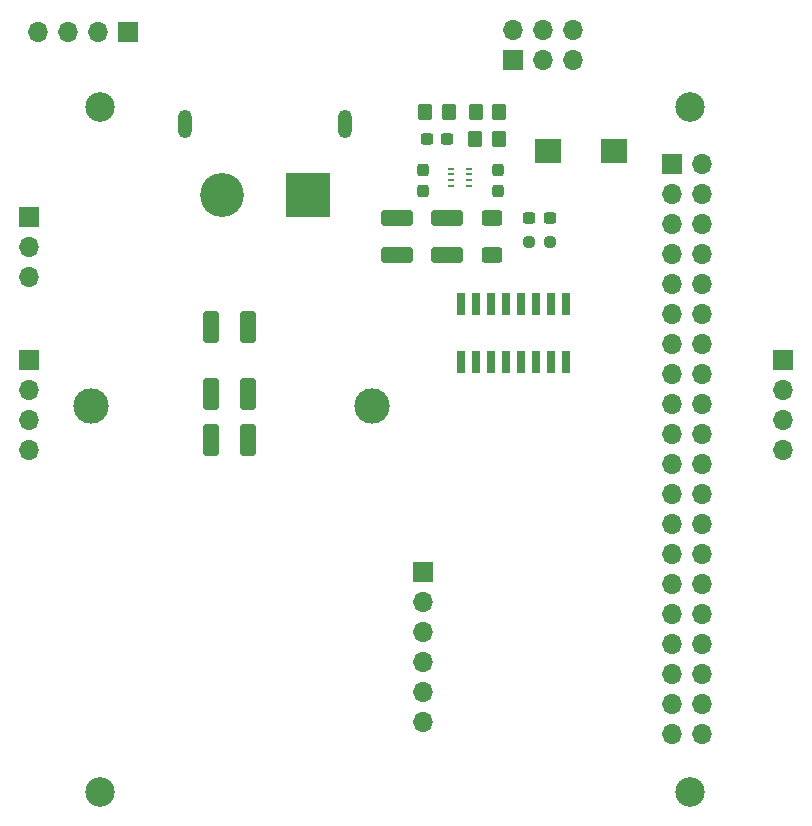
<source format=gbr>
%TF.GenerationSoftware,KiCad,Pcbnew,6.0.8-f2edbf62ab~116~ubuntu22.04.1*%
%TF.CreationDate,2022-11-20T23:03:40-05:00*%
%TF.ProjectId,Pi_HAT_V3,50695f48-4154-45f5-9633-2e6b69636164,rev?*%
%TF.SameCoordinates,Original*%
%TF.FileFunction,Soldermask,Bot*%
%TF.FilePolarity,Negative*%
%FSLAX46Y46*%
G04 Gerber Fmt 4.6, Leading zero omitted, Abs format (unit mm)*
G04 Created by KiCad (PCBNEW 6.0.8-f2edbf62ab~116~ubuntu22.04.1) date 2022-11-20 23:03:40*
%MOMM*%
%LPD*%
G01*
G04 APERTURE LIST*
G04 Aperture macros list*
%AMRoundRect*
0 Rectangle with rounded corners*
0 $1 Rounding radius*
0 $2 $3 $4 $5 $6 $7 $8 $9 X,Y pos of 4 corners*
0 Add a 4 corners polygon primitive as box body*
4,1,4,$2,$3,$4,$5,$6,$7,$8,$9,$2,$3,0*
0 Add four circle primitives for the rounded corners*
1,1,$1+$1,$2,$3*
1,1,$1+$1,$4,$5*
1,1,$1+$1,$6,$7*
1,1,$1+$1,$8,$9*
0 Add four rect primitives between the rounded corners*
20,1,$1+$1,$2,$3,$4,$5,0*
20,1,$1+$1,$4,$5,$6,$7,0*
20,1,$1+$1,$6,$7,$8,$9,0*
20,1,$1+$1,$8,$9,$2,$3,0*%
G04 Aperture macros list end*
%ADD10C,3.000000*%
%ADD11R,1.700000X1.700000*%
%ADD12O,1.700000X1.700000*%
%ADD13C,2.500000*%
%ADD14R,3.716000X3.716000*%
%ADD15C,3.716000*%
%ADD16O,1.200000X2.400000*%
%ADD17RoundRect,0.250000X0.412500X1.100000X-0.412500X1.100000X-0.412500X-1.100000X0.412500X-1.100000X0*%
%ADD18RoundRect,0.237500X-0.300000X-0.237500X0.300000X-0.237500X0.300000X0.237500X-0.300000X0.237500X0*%
%ADD19RoundRect,0.237500X-0.237500X0.300000X-0.237500X-0.300000X0.237500X-0.300000X0.237500X0.300000X0*%
%ADD20RoundRect,0.250000X1.100000X-0.412500X1.100000X0.412500X-1.100000X0.412500X-1.100000X-0.412500X0*%
%ADD21RoundRect,0.250000X0.625000X-0.400000X0.625000X0.400000X-0.625000X0.400000X-0.625000X-0.400000X0*%
%ADD22RoundRect,0.237500X0.300000X0.237500X-0.300000X0.237500X-0.300000X-0.237500X0.300000X-0.237500X0*%
%ADD23RoundRect,0.250000X0.350000X0.450000X-0.350000X0.450000X-0.350000X-0.450000X0.350000X-0.450000X0*%
%ADD24R,2.260600X2.108200*%
%ADD25RoundRect,0.250000X-0.350000X-0.450000X0.350000X-0.450000X0.350000X0.450000X-0.350000X0.450000X0*%
%ADD26R,0.609600X0.279400*%
%ADD27RoundRect,0.237500X-0.250000X-0.237500X0.250000X-0.237500X0.250000X0.237500X-0.250000X0.237500X0*%
%ADD28RoundRect,0.042000X-0.258000X0.908000X-0.258000X-0.908000X0.258000X-0.908000X0.258000X0.908000X0*%
%ADD29RoundRect,0.250000X-0.412500X-1.100000X0.412500X-1.100000X0.412500X1.100000X-0.412500X1.100000X0*%
G04 APERTURE END LIST*
D10*
%TO.C,L2*%
X125600000Y-99850000D03*
X101800000Y-99850000D03*
%TD*%
D11*
%TO.C,J9*%
X104900000Y-68200000D03*
D12*
X102360000Y-68200000D03*
X99820000Y-68200000D03*
X97280000Y-68200000D03*
%TD*%
D11*
%TO.C,J3*%
X137475000Y-70525000D03*
D12*
X137475000Y-67985000D03*
X140015000Y-70525000D03*
X140015000Y-67985000D03*
X142555000Y-70525000D03*
X142555000Y-67985000D03*
%TD*%
D13*
%TO.C,H1*%
X152500000Y-74500000D03*
%TD*%
%TO.C,H2*%
X102500000Y-74500000D03*
%TD*%
%TO.C,H3*%
X102500000Y-132500000D03*
%TD*%
D11*
%TO.C,J1*%
X129900000Y-113950000D03*
D12*
X129900000Y-116490000D03*
X129900000Y-119030000D03*
X129900000Y-121570000D03*
X129900000Y-124110000D03*
X129900000Y-126650000D03*
%TD*%
D13*
%TO.C,H4*%
X152500000Y-132500000D03*
%TD*%
D11*
%TO.C,J2*%
X151000000Y-79400000D03*
D12*
X153540000Y-79400000D03*
X151000000Y-81940000D03*
X153540000Y-81940000D03*
X151000000Y-84480000D03*
X153540000Y-84480000D03*
X151000000Y-87020000D03*
X153540000Y-87020000D03*
X151000000Y-89560000D03*
X153540000Y-89560000D03*
X151000000Y-92100000D03*
X153540000Y-92100000D03*
X151000000Y-94640000D03*
X153540000Y-94640000D03*
X151000000Y-97180000D03*
X153540000Y-97180000D03*
X151000000Y-99720000D03*
X153540000Y-99720000D03*
X151000000Y-102260000D03*
X153540000Y-102260000D03*
X151000000Y-104800000D03*
X153540000Y-104800000D03*
X151000000Y-107340000D03*
X153540000Y-107340000D03*
X151000000Y-109880000D03*
X153540000Y-109880000D03*
X151000000Y-112420000D03*
X153540000Y-112420000D03*
X151000000Y-114960000D03*
X153540000Y-114960000D03*
X151000000Y-117500000D03*
X153540000Y-117500000D03*
X151000000Y-120040000D03*
X153540000Y-120040000D03*
X151000000Y-122580000D03*
X153540000Y-122580000D03*
X151000000Y-125120000D03*
X153540000Y-125120000D03*
X151000000Y-127660000D03*
X153540000Y-127660000D03*
%TD*%
D11*
%TO.C,J4*%
X96550000Y-96000000D03*
D12*
X96550000Y-98540000D03*
X96550000Y-101080000D03*
X96550000Y-103620000D03*
%TD*%
D14*
%TO.C,J5*%
X120100000Y-82000000D03*
D15*
X112900000Y-82000000D03*
D16*
X123250000Y-76000000D03*
X109750000Y-76000000D03*
%TD*%
D11*
%TO.C,J6*%
X160350000Y-96000000D03*
D12*
X160350000Y-98540000D03*
X160350000Y-101080000D03*
X160350000Y-103620000D03*
%TD*%
D11*
%TO.C,J7*%
X96550000Y-83875000D03*
D12*
X96550000Y-86415000D03*
X96550000Y-88955000D03*
%TD*%
D17*
%TO.C,C7*%
X115062500Y-102750000D03*
X111937500Y-102750000D03*
%TD*%
D18*
%TO.C,C9*%
X130212500Y-77275000D03*
X131937500Y-77275000D03*
%TD*%
D19*
%TO.C,C3*%
X136250000Y-79887500D03*
X136250000Y-81612500D03*
%TD*%
D17*
%TO.C,C6*%
X115062500Y-98850000D03*
X111937500Y-98850000D03*
%TD*%
D20*
%TO.C,C1*%
X131900000Y-87037500D03*
X131900000Y-83912500D03*
%TD*%
%TO.C,C2*%
X127650000Y-87037500D03*
X127650000Y-83912500D03*
%TD*%
D21*
%TO.C,R2*%
X135750000Y-87050000D03*
X135750000Y-83950000D03*
%TD*%
D22*
%TO.C,C4*%
X140612500Y-83975000D03*
X138887500Y-83975000D03*
%TD*%
D23*
%TO.C,R5*%
X136300000Y-77275000D03*
X134300000Y-77275000D03*
%TD*%
D24*
%TO.C,L1*%
X140481400Y-78250000D03*
X146018600Y-78250000D03*
%TD*%
D25*
%TO.C,R14*%
X130050000Y-75000000D03*
X132050000Y-75000000D03*
%TD*%
D26*
%TO.C,U1*%
X133749300Y-79749999D03*
X133749300Y-80250000D03*
X133749300Y-80750000D03*
X133749300Y-81250001D03*
X132250700Y-81250001D03*
X132250700Y-80750000D03*
X132250700Y-80250000D03*
X132250700Y-79749999D03*
%TD*%
D19*
%TO.C,C8*%
X129875000Y-79887500D03*
X129875000Y-81612500D03*
%TD*%
D27*
%TO.C,R4*%
X138812500Y-86000000D03*
X140637500Y-86000000D03*
%TD*%
D28*
%TO.C,U2*%
X133065000Y-91232500D03*
X134335000Y-91232500D03*
X135605000Y-91232500D03*
X136875000Y-91232500D03*
X138145000Y-91232500D03*
X139415000Y-91232500D03*
X140685000Y-91232500D03*
X141955000Y-91232500D03*
X141955000Y-96142500D03*
X140685000Y-96142500D03*
X139415000Y-96142500D03*
X138145000Y-96142500D03*
X136875000Y-96142500D03*
X135605000Y-96142500D03*
X134335000Y-96142500D03*
X133065000Y-96142500D03*
%TD*%
D29*
%TO.C,C5*%
X111937500Y-93200000D03*
X115062500Y-93200000D03*
%TD*%
D23*
%TO.C,R3*%
X136325000Y-75000000D03*
X134325000Y-75000000D03*
%TD*%
M02*

</source>
